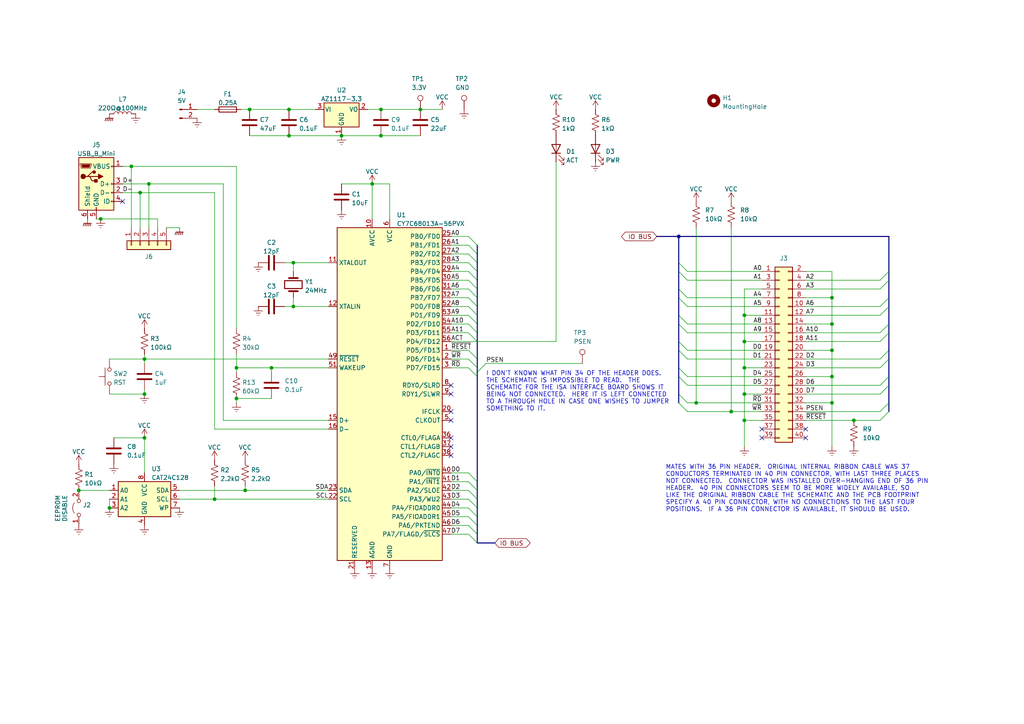
<source format=kicad_sch>
(kicad_sch (version 20230121) (generator eeschema)
  (paper "A4")
  (lib_symbols
    (symbol "Connector:Conn_01x02_Male" (pin_names (offset 1.016) hide)
      (property "Reference" "J" (at 0 2.54 0))
      (property "Value" "Conn_01x02_Male" (at 0 -5.08 0))
      (symbol "Conn_01x02_Male_1_1"
        (pin passive line (at 5.08 0 180) (length 3.81) (name "Pin_1") (number "1"))
        (pin passive line (at 5.08 -2.54 180) (length 3.81) (name "Pin_2") (number "2"))
      )
    )
    (symbol "Connector:TestPoint" (pin_numbers hide) (pin_names (offset 0.762) hide)
      (property "Reference" "TP" (at 0 6.858 0))
      (property "Value" "TestPoint" (at 0 5.08 0))
      (symbol "TestPoint_1_1"
        (pin passive line (at 0 0 90) (length 2.54) (name "1") (number "1"))
      )
    )
    (symbol "Connector:USB_B_Mini" (pin_names (offset 1.016))
      (property "Reference" "J" (at -5.08 11.43 0))
      (property "Value" "USB_B_Mini" (at -5.08 8.89 0))
      (symbol "USB_B_Mini_1_1"
        (pin power_out line (at 7.62 5.08 180) (length 2.54) (name "VBUS") (number "1"))
        (pin bidirectional line (at 7.62 -2.54 180) (length 2.54) (name "D-") (number "2"))
        (pin bidirectional line (at 7.62 0 180) (length 2.54) (name "D+") (number "3"))
        (pin passive line (at 7.62 -5.08 180) (length 2.54) (name "ID") (number "4"))
        (pin power_out line (at 0 -10.16 90) (length 2.54) (name "GND") (number "5"))
        (pin passive line (at -2.54 -10.16 90) (length 2.54) (name "Shield") (number "6"))
      )
    )
    (symbol "Connector_Generic:Conn_01x05" (pin_names (offset 1.016) hide)
      (property "Reference" "J" (at 0 7.62 0))
      (property "Value" "Conn_01x05" (at 0 -7.62 0))
      (symbol "Conn_01x05_1_1"
        (pin passive line (at -5.08 5.08 0) (length 3.81) (name "Pin_1") (number "1"))
        (pin passive line (at -5.08 2.54 0) (length 3.81) (name "Pin_2") (number "2"))
        (pin passive line (at -5.08 0 0) (length 3.81) (name "Pin_3") (number "3"))
        (pin passive line (at -5.08 -2.54 0) (length 3.81) (name "Pin_4") (number "4"))
        (pin passive line (at -5.08 -5.08 0) (length 3.81) (name "Pin_5") (number "5"))
      )
    )
    (symbol "Connector_Generic:Conn_02x20_Odd_Even" (pin_names (offset 1.016) hide)
      (property "Reference" "J" (at 1.27 25.4 0))
      (property "Value" "Conn_02x20_Odd_Even" (at 1.27 -27.94 0))
      (symbol "Conn_02x20_Odd_Even_1_1"
        (pin passive line (at -5.08 22.86 0) (length 3.81) (name "Pin_1") (number "1"))
        (pin passive line (at 7.62 12.7 180) (length 3.81) (name "Pin_10") (number "10"))
        (pin passive line (at -5.08 10.16 0) (length 3.81) (name "Pin_11") (number "11"))
        (pin passive line (at 7.62 10.16 180) (length 3.81) (name "Pin_12") (number "12"))
        (pin passive line (at -5.08 7.62 0) (length 3.81) (name "Pin_13") (number "13"))
        (pin passive line (at 7.62 7.62 180) (length 3.81) (name "Pin_14") (number "14"))
        (pin passive line (at -5.08 5.08 0) (length 3.81) (name "Pin_15") (number "15"))
        (pin passive line (at 7.62 5.08 180) (length 3.81) (name "Pin_16") (number "16"))
        (pin passive line (at -5.08 2.54 0) (length 3.81) (name "Pin_17") (number "17"))
        (pin passive line (at 7.62 2.54 180) (length 3.81) (name "Pin_18") (number "18"))
        (pin passive line (at -5.08 0 0) (length 3.81) (name "Pin_19") (number "19"))
        (pin passive line (at 7.62 22.86 180) (length 3.81) (name "Pin_2") (number "2"))
        (pin passive line (at 7.62 0 180) (length 3.81) (name "Pin_20") (number "20"))
        (pin passive line (at -5.08 -2.54 0) (length 3.81) (name "Pin_21") (number "21"))
        (pin passive line (at 7.62 -2.54 180) (length 3.81) (name "Pin_22") (number "22"))
        (pin passive line (at -5.08 -5.08 0) (length 3.81) (name "Pin_23") (number "23"))
        (pin passive line (at 7.62 -5.08 180) (length 3.81) (name "Pin_24") (number "24"))
        (pin passive line (at -5.08 -7.62 0) (length 3.81) (name "Pin_25") (number "25"))
        (pin passive line (at 7.62 -7.62 180) (length 3.81) (name "Pin_26") (number "26"))
        (pin passive line (at -5.08 -10.16 0) (length 3.81) (name "Pin_27") (number "27"))
        (pin passive line (at 7.62 -10.16 180) (length 3.81) (name "Pin_28") (number "28"))
        (pin passive line (at -5.08 -12.7 0) (length 3.81) (name "Pin_29") (number "29"))
        (pin passive line (at -5.08 20.32 0) (length 3.81) (name "Pin_3") (number "3"))
        (pin passive line (at 7.62 -12.7 180) (length 3.81) (name "Pin_30") (number "30"))
        (pin passive line (at -5.08 -15.24 0) (length 3.81) (name "Pin_31") (number "31"))
        (pin passive line (at 7.62 -15.24 180) (length 3.81) (name "Pin_32") (number "32"))
        (pin passive line (at -5.08 -17.78 0) (length 3.81) (name "Pin_33") (number "33"))
        (pin passive line (at 7.62 -17.78 180) (length 3.81) (name "Pin_34") (number "34"))
        (pin passive line (at -5.08 -20.32 0) (length 3.81) (name "Pin_35") (number "35"))
        (pin passive line (at 7.62 -20.32 180) (length 3.81) (name "Pin_36") (number "36"))
        (pin passive line (at -5.08 -22.86 0) (length 3.81) (name "Pin_37") (number "37"))
        (pin passive line (at 7.62 -22.86 180) (length 3.81) (name "Pin_38") (number "38"))
        (pin passive line (at -5.08 -25.4 0) (length 3.81) (name "Pin_39") (number "39"))
        (pin passive line (at 7.62 20.32 180) (length 3.81) (name "Pin_4") (number "4"))
        (pin passive line (at 7.62 -25.4 180) (length 3.81) (name "Pin_40") (number "40"))
        (pin passive line (at -5.08 17.78 0) (length 3.81) (name "Pin_5") (number "5"))
        (pin passive line (at 7.62 17.78 180) (length 3.81) (name "Pin_6") (number "6"))
        (pin passive line (at -5.08 15.24 0) (length 3.81) (name "Pin_7") (number "7"))
        (pin passive line (at 7.62 15.24 180) (length 3.81) (name "Pin_8") (number "8"))
        (pin passive line (at -5.08 12.7 0) (length 3.81) (name "Pin_9") (number "9"))
      )
    )
    (symbol "Device:C" (pin_numbers hide) (pin_names (offset 0.254))
      (property "Reference" "C" (at 0.635 2.54 0))
      (property "Value" "C" (at 0.635 -2.54 0))
      (symbol "C_1_1"
        (pin passive line (at 0 3.81 270) (length 2.794) (name "~") (number "1"))
        (pin passive line (at 0 -3.81 90) (length 2.794) (name "~") (number "2"))
      )
    )
    (symbol "Device:Crystal" (pin_numbers hide) (pin_names (offset 1.016) hide)
      (property "Reference" "Y" (at 0 3.81 0))
      (property "Value" "Crystal" (at 0 -3.81 0))
      (symbol "Crystal_1_1"
        (pin passive line (at -3.81 0 0) (length 1.27) (name "1") (number "1"))
        (pin passive line (at 3.81 0 180) (length 1.27) (name "2") (number "2"))
      )
    )
    (symbol "Device:Fuse" (pin_numbers hide) (pin_names (offset 0))
      (property "Reference" "F" (at 2.032 0 90))
      (property "Value" "Fuse" (at -1.905 0 90))
      (symbol "Fuse_1_1"
        (pin passive line (at 0 3.81 270) (length 1.27) (name "~") (number "1"))
        (pin passive line (at 0 -3.81 90) (length 1.27) (name "~") (number "2"))
      )
    )
    (symbol "Device:L" (pin_numbers hide) (pin_names (offset 1.016) hide)
      (property "Reference" "L" (at -1.27 0 90))
      (property "Value" "L" (at 1.905 0 90))
      (symbol "L_1_1"
        (pin passive line (at 0 3.81 270) (length 1.27) (name "1") (number "1"))
        (pin passive line (at 0 -3.81 90) (length 1.27) (name "2") (number "2"))
      )
    )
    (symbol "Device:LED" (pin_numbers hide) (pin_names (offset 1.016) hide)
      (property "Reference" "D" (at 0 2.54 0))
      (property "Value" "LED" (at 0 -2.54 0))
      (symbol "LED_1_1"
        (pin passive line (at -3.81 0 0) (length 2.54) (name "K") (number "1"))
        (pin passive line (at 3.81 0 180) (length 2.54) (name "A") (number "2"))
      )
    )
    (symbol "Device:R_US" (pin_numbers hide) (pin_names (offset 0))
      (property "Reference" "R" (at 2.54 0 90))
      (property "Value" "R_US" (at -2.54 0 90))
      (symbol "R_US_1_1"
        (pin passive line (at 0 3.81 270) (length 1.27) (name "~") (number "1"))
        (pin passive line (at 0 -3.81 90) (length 1.27) (name "~") (number "2"))
      )
    )
    (symbol "Jumper:Jumper_2_Open" (pin_names (offset 0) hide)
      (property "Reference" "JP" (at 0 2.794 0))
      (property "Value" "Jumper_2_Open" (at 0 -2.286 0))
      (symbol "Jumper_2_Open_1_1"
        (pin passive line (at -5.08 0 0) (length 2.54) (name "A") (number "1"))
        (pin passive line (at 5.08 0 180) (length 2.54) (name "B") (number "2"))
      )
    )
    (symbol "MCU_Cypress:CY7C68013A-56PVX"
      (property "Reference" "U" (at -13.97 49.53 0))
      (property "Value" "CY7C68013A-56PVX" (at 12.7 49.53 0))
      (symbol "CY7C68013A-56PVX_1_1"
        (pin bidirectional line (at 17.78 12.7 180) (length 2.54) (name "PD5/FD13") (number "1"))
        (pin power_in line (at -5.08 50.8 270) (length 2.54) (name "AVCC") (number "10"))
        (pin output line (at -17.78 38.1 0) (length 2.54) (name "XTALOUT") (number "11"))
        (pin input line (at -17.78 25.4 0) (length 2.54) (name "XTALIN") (number "12"))
        (pin power_in line (at -5.08 -50.8 90) (length 2.54) (name "AGND") (number "13"))
        (pin passive line (at -5.08 50.8 270) (length 2.54) hide (name "AVCC") (number "14"))
        (pin bidirectional line (at -17.78 -7.62 0) (length 2.54) (name "D+") (number "15"))
        (pin bidirectional line (at -17.78 -10.16 0) (length 2.54) (name "D-") (number "16"))
        (pin passive line (at -5.08 -50.8 90) (length 2.54) hide (name "AGND") (number "17"))
        (pin passive line (at 0 50.8 270) (length 2.54) hide (name "VCC") (number "18"))
        (pin passive line (at 0 -50.8 90) (length 2.54) hide (name "GND") (number "19"))
        (pin bidirectional line (at 17.78 10.16 180) (length 2.54) (name "PD6/FD14") (number "2"))
        (pin bidirectional line (at 17.78 -5.08 180) (length 2.54) (name "IFCLK") (number "20"))
        (pin input line (at -10.16 -50.8 90) (length 2.54) (name "RESERVED") (number "21"))
        (pin input line (at -17.78 -30.48 0) (length 2.54) (name "SCL") (number "22"))
        (pin bidirectional line (at -17.78 -27.94 0) (length 2.54) (name "SDA") (number "23"))
        (pin passive line (at 0 50.8 270) (length 2.54) hide (name "VCC") (number "24"))
        (pin bidirectional line (at 17.78 45.72 180) (length 2.54) (name "PB0/FD0") (number "25"))
        (pin bidirectional line (at 17.78 43.18 180) (length 2.54) (name "PB1/FD1") (number "26"))
        (pin bidirectional line (at 17.78 40.64 180) (length 2.54) (name "PB2/FD2") (number "27"))
        (pin bidirectional line (at 17.78 38.1 180) (length 2.54) (name "PB3/FD3") (number "28"))
        (pin bidirectional line (at 17.78 35.56 180) (length 2.54) (name "PB4/FD4") (number "29"))
        (pin bidirectional line (at 17.78 7.62 180) (length 2.54) (name "PD7/FD15") (number "3"))
        (pin bidirectional line (at 17.78 33.02 180) (length 2.54) (name "PB5/FD5") (number "30"))
        (pin bidirectional line (at 17.78 30.48 180) (length 2.54) (name "PB6/FD6") (number "31"))
        (pin bidirectional line (at 17.78 27.94 180) (length 2.54) (name "PB7/FD7") (number "32"))
        (pin passive line (at 0 -50.8 90) (length 2.54) hide (name "GND") (number "33"))
        (pin passive line (at 0 50.8 270) (length 2.54) hide (name "VCC") (number "34"))
        (pin passive line (at 0 -50.8 90) (length 2.54) hide (name "GND") (number "35"))
        (pin output line (at 17.78 -12.7 180) (length 2.54) (name "CTL0/FLAGA") (number "36"))
        (pin output line (at 17.78 -15.24 180) (length 2.54) (name "CTL1/FLAGB") (number "37"))
        (pin output line (at 17.78 -17.78 180) (length 2.54) (name "CTL2/FLAGC") (number "38"))
        (pin passive line (at 0 50.8 270) (length 2.54) hide (name "VCC") (number "39"))
        (pin passive line (at 0 -50.8 90) (length 2.54) hide (name "GND") (number "4"))
        (pin bidirectional line (at 17.78 -22.86 180) (length 2.54) (name "PA0/~{INT0}") (number "40"))
        (pin bidirectional line (at 17.78 -25.4 180) (length 2.54) (name "PA1/~{INT1}") (number "41"))
        (pin bidirectional line (at 17.78 -27.94 180) (length 2.54) (name "PA2/SLOE") (number "42"))
        (pin bidirectional line (at 17.78 -30.48 180) (length 2.54) (name "PA3/WU2") (number "43"))
        (pin bidirectional line (at 17.78 -33.02 180) (length 2.54) (name "PA4/FIOADDR0") (number "44"))
        (pin bidirectional line (at 17.78 -35.56 180) (length 2.54) (name "PA5/FIOADDR1") (number "45"))
        (pin bidirectional line (at 17.78 -38.1 180) (length 2.54) (name "PA6/PKTEND") (number "46"))
        (pin bidirectional line (at 17.78 -40.64 180) (length 2.54) (name "PA7/FLAGD/~{SLCS}") (number "47"))
        (pin passive line (at 0 -50.8 90) (length 2.54) hide (name "GND") (number "48"))
        (pin input line (at -17.78 10.16 0) (length 2.54) (name "~{RESET}") (number "49"))
        (pin output line (at 17.78 -7.62 180) (length 2.54) (name "CLKOUT") (number "5"))
        (pin passive line (at 0 50.8 270) (length 2.54) hide (name "VCC") (number "50"))
        (pin input line (at -17.78 7.62 0) (length 2.54) (name "WAKEUP") (number "51"))
        (pin bidirectional line (at 17.78 25.4 180) (length 2.54) (name "PD0/FD8") (number "52"))
        (pin bidirectional line (at 17.78 22.86 180) (length 2.54) (name "PD1/FD9") (number "53"))
        (pin bidirectional line (at 17.78 20.32 180) (length 2.54) (name "PD2/FD10") (number "54"))
        (pin bidirectional line (at 17.78 17.78 180) (length 2.54) (name "PD3/FD11") (number "55"))
        (pin bidirectional line (at 17.78 15.24 180) (length 2.54) (name "PD4/FD12") (number "56"))
        (pin power_in line (at 0 50.8 270) (length 2.54) (name "VCC") (number "6"))
        (pin power_in line (at 0 -50.8 90) (length 2.54) (name "GND") (number "7"))
        (pin input line (at 17.78 2.54 180) (length 2.54) (name "RDY0/SLRD") (number "8"))
        (pin input line (at 17.78 0 180) (length 2.54) (name "RDY1/SLWR") (number "9"))
      )
    )
    (symbol "Mechanical:MountingHole" (pin_names (offset 1.016))
      (property "Reference" "H" (at 0 5.08 0))
      (property "Value" "MountingHole" (at 0 3.175 0))
    )
    (symbol "Memory_EEPROM:CAT24C128"
      (property "Reference" "U" (at -6.35 6.35 0))
      (property "Value" "CAT24C128" (at 1.27 6.35 0))
      (symbol "CAT24C128_1_1"
        (pin input line (at -10.16 2.54 0) (length 2.54) (name "A0") (number "1"))
        (pin input line (at -10.16 0 0) (length 2.54) (name "A1") (number "2"))
        (pin input line (at -10.16 -2.54 0) (length 2.54) (name "A2") (number "3"))
        (pin power_in line (at 0 -7.62 90) (length 2.54) (name "GND") (number "4"))
        (pin bidirectional line (at 10.16 2.54 180) (length 2.54) (name "SDA") (number "5"))
        (pin input line (at 10.16 0 180) (length 2.54) (name "SCL") (number "6"))
        (pin input line (at 10.16 -2.54 180) (length 2.54) (name "WP") (number "7"))
        (pin power_in line (at 0 7.62 270) (length 2.54) (name "VCC") (number "8"))
      )
    )
    (symbol "Regulator_Linear:AZ1117-3.3" (pin_names (offset 0.254))
      (property "Reference" "U" (at -3.81 3.175 0))
      (property "Value" "AZ1117-3.3" (at 0 3.175 0))
      (symbol "AZ1117-3.3_1_1"
        (pin power_in line (at 0 -7.62 90) (length 2.54) (name "GND") (number "1"))
        (pin power_out line (at 7.62 0 180) (length 2.54) (name "VO") (number "2"))
        (pin power_in line (at -7.62 0 0) (length 2.54) (name "VI") (number "3"))
      )
    )
    (symbol "Switch:SW_Push" (pin_numbers hide) (pin_names (offset 1.016) hide)
      (property "Reference" "SW" (at 1.27 2.54 0))
      (property "Value" "SW_Push" (at 0 -1.524 0))
      (symbol "SW_Push_0_1"
        (pin passive line (at -5.08 0 0) (length 2.54) (name "1") (number "1"))
        (pin passive line (at 5.08 0 180) (length 2.54) (name "2") (number "2"))
      )
    )
    (symbol "power:GNDPWR" (power) (pin_names (offset 0))
      (property "Value" "GNDPWR" (at 0 -3.302 0))
      (symbol "GNDPWR_1_1"
        (pin power_in line (at 0 0 270) (length 0) hide (name "GNDPWR") (number "1"))
      )
    )
    (symbol "power:GNDREF" (power) (pin_names (offset 0))
      (property "Value" "GNDREF" (at 0 -3.81 0))
      (symbol "GNDREF_1_1"
        (pin power_in line (at 0 0 270) (length 0) hide (name "GNDREF") (number "1"))
      )
    )
    (symbol "power:VCC" (power) (pin_names (offset 0))
      (property "Value" "VCC" (at 0 3.81 0))
      (symbol "VCC_1_1"
        (pin power_in line (at 0 0 90) (length 0) hide (name "VCC") (number "1"))
      )
    )
  )
  (junction (at 110.49 39.37))
  (junction (at 78.74 106.68))
  (junction (at 41.91 127))
  (junction (at 72.39 31.75))
  (junction (at 196.85 68.58))
  (junction (at 83.82 31.75))
  (junction (at 85.09 76.2))
  (junction (at 31.75 147.32))
  (junction (at 83.82 39.37))
  (junction (at 201.93 116.84))
  (junction (at 38.1 48.26))
  (junction (at 212.09 119.38))
  (junction (at 68.58 115.57))
  (junction (at 215.9 99.06))
  (junction (at 121.92 31.75))
  (junction (at 241.3 86.36))
  (junction (at 241.3 116.84))
  (junction (at 241.3 93.98))
  (junction (at 241.3 101.6))
  (junction (at 29.21 63.5))
  (junction (at 71.12 142.24))
  (junction (at 215.9 114.3))
  (junction (at 247.65 121.92))
  (junction (at 215.9 106.68))
  (junction (at 62.23 144.78))
  (junction (at 99.06 39.37))
  (junction (at 40.64 55.88))
  (junction (at 41.91 114.3))
  (junction (at 85.09 88.9))
  (junction (at 41.91 104.14))
  (junction (at 107.95 53.34))
  (junction (at 22.86 142.24))
  (junction (at 43.18 53.34))
  (junction (at 110.49 31.75))
  (junction (at 215.9 91.44))
  (junction (at 215.9 121.92))
  (junction (at 241.3 109.22))
  (junction (at 68.58 106.68))
  (no_connect (at 130.81 129.54))
  (no_connect (at 130.81 114.3))
  (no_connect (at 130.81 119.38))
  (no_connect (at 130.81 127))
  (no_connect (at 130.81 121.92))
  (no_connect (at 35.56 58.42))
  (no_connect (at 233.68 127))
  (no_connect (at 233.68 124.46))
  (no_connect (at 220.98 127))
  (no_connect (at 220.98 124.46))
  (no_connect (at 130.81 111.76))
  (no_connect (at 130.81 132.08))
  (bus_entry (at 138.43 107.95) (size 2.54 -2.54))
  (bus_entry (at 255.27 119.38) (size 2.54 -2.54))
  (bus_entry (at 135.89 137.16) (size 2.54 2.54))
  (bus_entry (at 135.89 142.24) (size 2.54 2.54))
  (bus_entry (at 135.89 139.7) (size 2.54 2.54))
  (bus_entry (at 135.89 154.94) (size 2.54 2.54))
  (bus_entry (at 135.89 152.4) (size 2.54 2.54))
  (bus_entry (at 135.89 149.86) (size 2.54 2.54))
  (bus_entry (at 135.89 144.78) (size 2.54 2.54))
  (bus_entry (at 135.89 147.32) (size 2.54 2.54))
  (bus_entry (at 199.39 116.84) (size -2.54 -2.54))
  (bus_entry (at 199.39 119.38) (size -2.54 -2.54))
  (bus_entry (at 199.39 88.9) (size -2.54 -2.54))
  (bus_entry (at 199.39 93.98) (size -2.54 -2.54))
  (bus_entry (at 199.39 96.52) (size -2.54 -2.54))
  (bus_entry (at 199.39 101.6) (size -2.54 -2.54))
  (bus_entry (at 199.39 78.74) (size -2.54 -2.54))
  (bus_entry (at 199.39 81.28) (size -2.54 -2.54))
  (bus_entry (at 199.39 86.36) (size -2.54 -2.54))
  (bus_entry (at 199.39 109.22) (size -2.54 -2.54))
  (bus_entry (at 199.39 111.76) (size -2.54 -2.54))
  (bus_entry (at 199.39 104.14) (size -2.54 -2.54))
  (bus_entry (at 255.27 81.28) (size 2.54 -2.54))
  (bus_entry (at 255.27 83.82) (size 2.54 -2.54))
  (bus_entry (at 255.27 88.9) (size 2.54 -2.54))
  (bus_entry (at 255.27 91.44) (size 2.54 -2.54))
  (bus_entry (at 255.27 96.52) (size 2.54 -2.54))
  (bus_entry (at 255.27 99.06) (size 2.54 -2.54))
  (bus_entry (at 255.27 104.14) (size 2.54 -2.54))
  (bus_entry (at 255.27 106.68) (size 2.54 -2.54))
  (bus_entry (at 255.27 111.76) (size 2.54 -2.54))
  (bus_entry (at 255.27 114.3) (size 2.54 -2.54))
  (bus_entry (at 255.27 121.92) (size 2.54 -2.54))
  (bus_entry (at 135.89 73.66) (size 2.54 2.54))
  (bus_entry (at 135.89 71.12) (size 2.54 2.54))
  (bus_entry (at 135.89 68.58) (size 2.54 2.54))
  (bus_entry (at 135.89 76.2) (size 2.54 2.54))
  (bus_entry (at 135.89 78.74) (size 2.54 2.54))
  (bus_entry (at 135.89 81.28) (size 2.54 2.54))
  (bus_entry (at 135.89 83.82) (size 2.54 2.54))
  (bus_entry (at 135.89 86.36) (size 2.54 2.54))
  (bus_entry (at 135.89 88.9) (size 2.54 2.54))
  (bus_entry (at 135.89 91.44) (size 2.54 2.54))
  (bus_entry (at 135.89 93.98) (size 2.54 2.54))
  (bus_entry (at 135.89 96.52) (size 2.54 2.54))
  (bus_entry (at 135.89 101.6) (size 2.54 2.54))
  (bus_entry (at 135.89 104.14) (size 2.54 2.54))
  (bus_entry (at 135.89 106.68) (size 2.54 2.54))
  (wire (pts (xy 199.39 101.6) (xy 220.98 101.6)))
  (wire (pts (xy 130.81 86.36) (xy 135.89 86.36)))
  (bus (pts (xy 257.81 96.52) (xy 257.81 93.98)))
  (wire (pts (xy 31.75 114.3) (xy 41.91 114.3)))
  (wire (pts (xy 130.81 81.28) (xy 135.89 81.28)))
  (wire (pts (xy 130.81 137.16) (xy 135.89 137.16)))
  (wire (pts (xy 233.68 111.76) (xy 255.27 111.76)))
  (bus (pts (xy 138.43 88.9) (xy 138.43 91.44)))
  (wire (pts (xy 215.9 106.68) (xy 215.9 114.3)))
  (wire (pts (xy 241.3 78.74) (xy 241.3 86.36)))
  (wire (pts (xy 107.95 53.34) (xy 107.95 63.5)))
  (wire (pts (xy 130.81 78.74) (xy 135.89 78.74)))
  (wire (pts (xy 113.03 53.34) (xy 113.03 63.5)))
  (wire (pts (xy 62.23 124.46) (xy 95.25 124.46)))
  (bus (pts (xy 138.43 152.4) (xy 138.43 154.94)))
  (wire (pts (xy 233.68 114.3) (xy 255.27 114.3)))
  (bus (pts (xy 196.85 114.3) (xy 196.85 109.22)))
  (wire (pts (xy 233.68 106.68) (xy 255.27 106.68)))
  (wire (pts (xy 35.56 48.26) (xy 38.1 48.26)))
  (wire (pts (xy 71.12 140.97) (xy 71.12 142.24)))
  (wire (pts (xy 33.02 127) (xy 41.91 127)))
  (bus (pts (xy 138.43 107.95) (xy 138.43 109.22)))
  (wire (pts (xy 215.9 114.3) (xy 215.9 121.92)))
  (wire (pts (xy 199.39 88.9) (xy 220.98 88.9)))
  (bus (pts (xy 257.81 104.14) (xy 257.81 101.6)))
  (bus (pts (xy 196.85 106.68) (xy 196.85 101.6)))
  (bus (pts (xy 138.43 154.94) (xy 138.43 157.48)))
  (wire (pts (xy 41.91 113.03) (xy 41.91 114.3)))
  (wire (pts (xy 130.81 147.32) (xy 135.89 147.32)))
  (wire (pts (xy 233.68 121.92) (xy 247.65 121.92)))
  (wire (pts (xy 41.91 127) (xy 41.91 137.16)))
  (wire (pts (xy 130.81 73.66) (xy 135.89 73.66)))
  (wire (pts (xy 241.3 93.98) (xy 241.3 101.6)))
  (wire (pts (xy 215.9 114.3) (xy 220.98 114.3)))
  (wire (pts (xy 38.1 48.26) (xy 68.58 48.26)))
  (bus (pts (xy 257.81 116.84) (xy 257.81 111.76)))
  (wire (pts (xy 107.95 53.34) (xy 113.03 53.34)))
  (wire (pts (xy 68.58 102.87) (xy 68.58 106.68)))
  (wire (pts (xy 52.07 142.24) (xy 71.12 142.24)))
  (wire (pts (xy 85.09 76.2) (xy 85.09 78.74)))
  (wire (pts (xy 22.86 142.24) (xy 31.75 142.24)))
  (bus (pts (xy 196.85 91.44) (xy 196.85 86.36)))
  (wire (pts (xy 43.18 53.34) (xy 43.18 66.04)))
  (wire (pts (xy 199.39 78.74) (xy 220.98 78.74)))
  (wire (pts (xy 233.68 81.28) (xy 255.27 81.28)))
  (wire (pts (xy 82.55 88.9) (xy 85.09 88.9)))
  (wire (pts (xy 29.21 63.5) (xy 45.72 63.5)))
  (wire (pts (xy 233.68 99.06) (xy 255.27 99.06)))
  (bus (pts (xy 196.85 116.84) (xy 196.85 114.3)))
  (bus (pts (xy 196.85 99.06) (xy 196.85 93.98)))
  (wire (pts (xy 215.9 91.44) (xy 215.9 99.06)))
  (wire (pts (xy 85.09 76.2) (xy 95.25 76.2)))
  (wire (pts (xy 40.64 55.88) (xy 40.64 66.04)))
  (wire (pts (xy 215.9 99.06) (xy 220.98 99.06)))
  (wire (pts (xy 199.39 86.36) (xy 220.98 86.36)))
  (wire (pts (xy 130.81 104.14) (xy 135.89 104.14)))
  (wire (pts (xy 62.23 55.88) (xy 62.23 124.46)))
  (bus (pts (xy 257.81 88.9) (xy 257.81 86.36)))
  (bus (pts (xy 138.43 86.36) (xy 138.43 88.9)))
  (wire (pts (xy 35.56 55.88) (xy 40.64 55.88)))
  (bus (pts (xy 257.81 109.22) (xy 257.81 104.14)))
  (bus (pts (xy 138.43 157.48) (xy 143.51 157.48)))
  (wire (pts (xy 78.74 107.95) (xy 78.74 106.68)))
  (bus (pts (xy 138.43 109.22) (xy 138.43 139.7)))
  (wire (pts (xy 215.9 106.68) (xy 220.98 106.68)))
  (wire (pts (xy 62.23 140.97) (xy 62.23 144.78)))
  (wire (pts (xy 233.68 119.38) (xy 255.27 119.38)))
  (bus (pts (xy 138.43 81.28) (xy 138.43 83.82)))
  (wire (pts (xy 212.09 119.38) (xy 220.98 119.38)))
  (wire (pts (xy 199.39 93.98) (xy 220.98 93.98)))
  (bus (pts (xy 196.85 78.74) (xy 196.85 76.2)))
  (wire (pts (xy 35.56 53.34) (xy 43.18 53.34)))
  (bus (pts (xy 257.81 86.36) (xy 257.81 81.28)))
  (bus (pts (xy 196.85 83.82) (xy 196.85 78.74)))
  (wire (pts (xy 68.58 48.26) (xy 68.58 95.25)))
  (wire (pts (xy 130.81 93.98) (xy 135.89 93.98)))
  (wire (pts (xy 215.9 91.44) (xy 220.98 91.44)))
  (wire (pts (xy 233.68 109.22) (xy 241.3 109.22)))
  (wire (pts (xy 110.49 39.37) (xy 121.92 39.37)))
  (wire (pts (xy 215.9 121.92) (xy 215.9 129.54)))
  (bus (pts (xy 138.43 76.2) (xy 138.43 78.74)))
  (wire (pts (xy 110.49 31.75) (xy 121.92 31.75)))
  (wire (pts (xy 241.3 109.22) (xy 241.3 116.84)))
  (wire (pts (xy 212.09 66.04) (xy 212.09 119.38)))
  (bus (pts (xy 138.43 149.86) (xy 138.43 152.4)))
  (wire (pts (xy 72.39 31.75) (xy 83.82 31.75)))
  (bus (pts (xy 138.43 93.98) (xy 138.43 96.52)))
  (wire (pts (xy 130.81 71.12) (xy 135.89 71.12)))
  (wire (pts (xy 161.29 46.99) (xy 161.29 99.06)))
  (wire (pts (xy 233.68 96.52) (xy 255.27 96.52)))
  (bus (pts (xy 138.43 106.68) (xy 138.43 107.95)))
  (bus (pts (xy 138.43 99.06) (xy 138.43 104.14)))
  (wire (pts (xy 199.39 111.76) (xy 220.98 111.76)))
  (wire (pts (xy 199.39 104.14) (xy 220.98 104.14)))
  (wire (pts (xy 78.74 106.68) (xy 95.25 106.68)))
  (wire (pts (xy 68.58 106.68) (xy 78.74 106.68)))
  (wire (pts (xy 215.9 99.06) (xy 215.9 106.68)))
  (wire (pts (xy 130.81 68.58) (xy 135.89 68.58)))
  (wire (pts (xy 83.82 31.75) (xy 91.44 31.75)))
  (bus (pts (xy 138.43 96.52) (xy 138.43 99.06)))
  (wire (pts (xy 233.68 116.84) (xy 241.3 116.84)))
  (wire (pts (xy 140.97 105.41) (xy 168.91 105.41)))
  (bus (pts (xy 138.43 91.44) (xy 138.43 93.98)))
  (wire (pts (xy 247.65 121.92) (xy 255.27 121.92)))
  (wire (pts (xy 233.68 104.14) (xy 255.27 104.14)))
  (bus (pts (xy 257.81 111.76) (xy 257.81 109.22)))
  (wire (pts (xy 68.58 115.57) (xy 68.58 116.84)))
  (wire (pts (xy 99.06 53.34) (xy 107.95 53.34)))
  (wire (pts (xy 220.98 83.82) (xy 215.9 83.82)))
  (wire (pts (xy 130.81 101.6) (xy 135.89 101.6)))
  (wire (pts (xy 85.09 88.9) (xy 95.25 88.9)))
  (wire (pts (xy 130.81 99.06) (xy 138.43 99.06)))
  (wire (pts (xy 138.43 99.06) (xy 161.29 99.06)))
  (wire (pts (xy 31.75 104.14) (xy 41.91 104.14)))
  (wire (pts (xy 41.91 102.87) (xy 41.91 104.14)))
  (bus (pts (xy 196.85 109.22) (xy 196.85 106.68)))
  (wire (pts (xy 45.72 63.5) (xy 45.72 66.04)))
  (wire (pts (xy 233.68 101.6) (xy 241.3 101.6)))
  (bus (pts (xy 257.81 93.98) (xy 257.81 88.9)))
  (wire (pts (xy 41.91 104.14) (xy 41.91 105.41)))
  (wire (pts (xy 40.64 55.88) (xy 62.23 55.88)))
  (wire (pts (xy 130.81 149.86) (xy 135.89 149.86)))
  (wire (pts (xy 130.81 76.2) (xy 135.89 76.2)))
  (wire (pts (xy 130.81 144.78) (xy 135.89 144.78)))
  (wire (pts (xy 130.81 154.94) (xy 135.89 154.94)))
  (wire (pts (xy 43.18 53.34) (xy 64.77 53.34)))
  (wire (pts (xy 130.81 83.82) (xy 135.89 83.82)))
  (bus (pts (xy 257.81 119.38) (xy 257.81 116.84)))
  (wire (pts (xy 201.93 116.84) (xy 220.98 116.84)))
  (bus (pts (xy 257.81 78.74) (xy 257.81 68.58)))
  (wire (pts (xy 85.09 86.36) (xy 85.09 88.9)))
  (bus (pts (xy 138.43 71.12) (xy 138.43 73.66)))
  (wire (pts (xy 71.12 142.24) (xy 95.25 142.24)))
  (bus (pts (xy 138.43 83.82) (xy 138.43 86.36)))
  (bus (pts (xy 138.43 78.74) (xy 138.43 81.28)))
  (wire (pts (xy 241.3 101.6) (xy 241.3 109.22)))
  (wire (pts (xy 199.39 109.22) (xy 220.98 109.22)))
  (wire (pts (xy 233.68 86.36) (xy 241.3 86.36)))
  (bus (pts (xy 138.43 104.14) (xy 138.43 106.68)))
  (wire (pts (xy 130.81 142.24) (xy 135.89 142.24)))
  (wire (pts (xy 241.3 86.36) (xy 241.3 93.98)))
  (wire (pts (xy 199.39 116.84) (xy 201.93 116.84)))
  (wire (pts (xy 68.58 107.95) (xy 68.58 106.68)))
  (wire (pts (xy 62.23 144.78) (xy 95.25 144.78)))
  (wire (pts (xy 99.06 39.37) (xy 110.49 39.37)))
  (bus (pts (xy 138.43 139.7) (xy 138.43 142.24)))
  (wire (pts (xy 38.1 48.26) (xy 38.1 66.04)))
  (bus (pts (xy 196.85 101.6) (xy 196.85 99.06)))
  (wire (pts (xy 41.91 104.14) (xy 95.25 104.14)))
  (wire (pts (xy 233.68 88.9) (xy 255.27 88.9)))
  (wire (pts (xy 233.68 78.74) (xy 241.3 78.74)))
  (bus (pts (xy 196.85 86.36) (xy 196.85 83.82)))
  (wire (pts (xy 72.39 39.37) (xy 83.82 39.37)))
  (wire (pts (xy 130.81 152.4) (xy 135.89 152.4)))
  (wire (pts (xy 130.81 106.68) (xy 135.89 106.68)))
  (wire (pts (xy 233.68 91.44) (xy 255.27 91.44)))
  (wire (pts (xy 64.77 121.92) (xy 95.25 121.92)))
  (bus (pts (xy 196.85 76.2) (xy 196.85 68.58)))
  (bus (pts (xy 257.81 101.6) (xy 257.81 96.52)))
  (wire (pts (xy 69.85 31.75) (xy 72.39 31.75)))
  (wire (pts (xy 106.68 31.75) (xy 110.49 31.75)))
  (bus (pts (xy 138.43 73.66) (xy 138.43 76.2)))
  (wire (pts (xy 130.81 91.44) (xy 135.89 91.44)))
  (bus (pts (xy 138.43 142.24) (xy 138.43 144.78)))
  (wire (pts (xy 130.81 139.7) (xy 135.89 139.7)))
  (wire (pts (xy 78.74 115.57) (xy 68.58 115.57)))
  (bus (pts (xy 138.43 147.32) (xy 138.43 149.86)))
  (wire (pts (xy 52.07 66.04) (xy 48.26 66.04)))
  (wire (pts (xy 241.3 116.84) (xy 241.3 129.54)))
  (wire (pts (xy 31.75 144.78) (xy 31.75 147.32)))
  (bus (pts (xy 190.5 68.58) (xy 196.85 68.58)))
  (wire (pts (xy 128.27 31.75) (xy 121.92 31.75)))
  (wire (pts (xy 64.77 53.34) (xy 64.77 121.92)))
  (bus (pts (xy 196.85 93.98) (xy 196.85 91.44)))
  (wire (pts (xy 199.39 119.38) (xy 212.09 119.38)))
  (wire (pts (xy 233.68 93.98) (xy 241.3 93.98)))
  (wire (pts (xy 233.68 83.82) (xy 255.27 83.82)))
  (bus (pts (xy 257.81 81.28) (xy 257.81 78.74)))
  (wire (pts (xy 130.81 96.52) (xy 135.89 96.52)))
  (wire (pts (xy 215.9 83.82) (xy 215.9 91.44)))
  (wire (pts (xy 215.9 121.92) (xy 220.98 121.92)))
  (wire (pts (xy 83.82 39.37) (xy 99.06 39.37)))
  (wire (pts (xy 82.55 76.2) (xy 85.09 76.2)))
  (bus (pts (xy 196.85 68.58) (xy 257.81 68.58)))
  (wire (pts (xy 57.15 31.75) (xy 62.23 31.75)))
  (wire (pts (xy 199.39 96.52) (xy 220.98 96.52)))
  (bus (pts (xy 138.43 144.78) (xy 138.43 147.32)))
  (wire (pts (xy 201.93 66.04) (xy 201.93 116.84)))
  (wire (pts (xy 52.07 144.78) (xy 62.23 144.78)))
  (wire (pts (xy 199.39 81.28) (xy 220.98 81.28)))
  (wire (pts (xy 27.94 63.5) (xy 29.21 63.5)))
  (wire (pts (xy 130.81 88.9) (xy 135.89 88.9)))
  (text "I DON'T KNOWN WHAT PIN 34 OF THE HEADER DOES.\nTHE SCHEMATIC IS IMPOSSIBLE TO READ.  THE\nSCHEMATIC FOR THE ISA INTERFACE BOARD SHOWS IT\nBEING NOT CONNECTED.  HERE IT IS LEFT CONNECTED\nTO A THROUGH HOLE IN CASE ONE WISHES TO JUMPER\nSOMETHING TO IT." (at 140.97 119.38 0) (effects (font (size 1.27 1.27)) (justify left bottom)))
  (text "MATES WITH 36 PIN HEADER.  ORIGINAL INTERNAL RIBBON CABLE WAS 37\nCONDUCTORS TERMINATED IN 40 PIN CONNECTOR, WITH LAST THREE PLACES\nNOT CONNECTED.  CONNECTOR WAS INSTALLED OVER-HANGING END OF 36 PIN\nHEADER.  40 PIN CONNECTORS SEEM TO BE MORE WIDELY AVAILABLE, SO\nLIKE THE ORIGINAL RIBBON CABLE THE SCHEMATIC AND THE PCB FOOTPRINT\nSPECIFY A 40 PIN CONNECTOR, WITH NO CONNECTIONS TO THE LAST FOUR\nPOSITIONS.  IF A 36 PIN CONNECTOR IS AVAILABLE, IT SHOULD BE USED.\n" (at 193.04 148.59 0) (effects (font (size 1.27 1.27)) (justify left bottom)))
  (label "A9" (at 130.81 91.44 0))
  (label "D3" (at 233.68 106.68 0))
  (label "D1" (at 130.81 139.7 0))
  (label "D5" (at 220.98 111.76 180))
  (label "SCL" (at 95.25 144.78 180))
  (label "ACT" (at 130.81 99.06 0))
  (label "A2" (at 233.68 81.28 0))
  (label "A3" (at 233.68 83.82 0))
  (label "A9" (at 220.98 96.52 180))
  (label "A5" (at 220.98 88.9 180))
  (label "A8" (at 130.81 88.9 0))
  (label "A1" (at 220.98 81.28 180))
  (label "A10" (at 233.68 96.52 0))
  (label "A11" (at 233.68 99.06 0))
  (label "~{RESET}" (at 233.68 121.92 0))
  (label "D0" (at 220.98 101.6 180))
  (label "~{WR}" (at 130.81 104.14 0))
  (label "A5" (at 130.81 81.28 0))
  (label "A6" (at 130.81 83.82 0))
  (label "D5" (at 130.81 149.86 0))
  (label "D7" (at 233.68 114.3 0))
  (label "D6" (at 130.81 152.4 0))
  (label "A7" (at 130.81 86.36 0))
  (label "D6" (at 233.68 111.76 0))
  (label "D3" (at 130.81 144.78 0))
  (label "A10" (at 130.81 93.98 0))
  (label "~{RESET}" (at 130.81 101.6 0))
  (label "D4" (at 130.81 147.32 0))
  (label "A7" (at 233.68 91.44 0))
  (label "A4" (at 220.98 86.36 180))
  (label "A2" (at 130.81 73.66 0))
  (label "A1" (at 130.81 71.12 0))
  (label "~{RD}" (at 130.81 106.68 0))
  (label "A0" (at 130.81 68.58 0))
  (label "D2" (at 233.68 104.14 0))
  (label "D4" (at 220.98 109.22 180))
  (label "D7" (at 130.81 154.94 0))
  (label "PSEN" (at 140.97 105.41 0))
  (label "D0" (at 130.81 137.16 0))
  (label "SDA" (at 95.25 142.24 180))
  (label "A8" (at 220.98 93.98 180))
  (label "A0" (at 220.98 78.74 180))
  (label "A4" (at 130.81 78.74 0))
  (label "~{RD}" (at 220.98 116.84 180))
  (label "D-" (at 35.56 55.88 0))
  (label "~{WR}" (at 220.98 119.38 180))
  (label "A3" (at 130.81 76.2 0))
  (label "D+" (at 35.56 53.34 0))
  (label "D2" (at 130.81 142.24 0))
  (label "A6" (at 233.68 88.9 0))
  (label "PSEN" (at 233.68 119.38 0))
  (label "D1" (at 220.98 104.14 180))
  (label "A11" (at 130.81 96.52 0))
  (global_label "IO BUS" (shape bidirectional) (at 143.51 157.48 0) (property "Intersheetrefs" "${INTERSHEET_REFS}" (effects hide)))
  (global_label "IO BUS" (shape bidirectional) (at 190.5 68.58 180) (property "Intersheetrefs" "${INTERSHEET_REFS}" (effects hide)))
  (symbol (lib_id "power:GNDREF") (at 57.15 34.29 0) (unit 1)
    (property "Reference" "#PWR0131" (effects hide))
    (property "Value" "GNDREF" (effects hide))
  )
  (symbol (lib_id "power:GNDREF") (at 241.3 129.54 0) (unit 1)
    (property "Reference" "#PWR0130" (effects hide))
    (property "Value" "GNDREF" (effects hide))
  )
  (symbol (lib_id "Device:C") (at 110.49 35.56 0) (unit 1)
    (property "Reference" "C9" (at 113.411 34.7253 0) (effects (justify left)))
    (property "Value" "0.1uF" (at 113.411 37.2622 0) (effects (justify left)))
    (property "Footprint" "Capacitor_SMD:C_0805_2012Metric_Pad1.18x1.45mm_HandSolder" (effects hide))
  )
  (symbol (lib_id "Device:R_US") (at 68.58 99.06 0) (unit 1)
    (property "Reference" "R4" (at 70.231 98.2253 0) (effects (justify left)))
    (property "Value" "30kΩ" (at 70.231 100.7622 0) (effects (justify left)))
    (property "Footprint" "Resistor_SMD:R_0805_2012Metric_Pad1.20x1.40mm_HandSolder" (effects hide))
  )
  (symbol (lib_id "Device:C") (at 41.91 109.22 0) (unit 1)
    (property "Reference" "C4" (at 44.831 108.3853 0) (effects (justify left)))
    (property "Value" "1uF" (at 44.831 110.9222 0) (effects (justify left)))
    (property "Footprint" "Capacitor_SMD:C_0805_2012Metric_Pad1.18x1.45mm_HandSolder" (effects hide))
  )
  (symbol (lib_id "Device:R_US") (at 212.09 62.23 0) (unit 1)
    (property "Reference" "R8" (at 214.63 60.9599 0) (effects (justify left)))
    (property "Value" "10kΩ" (at 214.63 63.4999 0) (effects (justify left)))
    (property "Footprint" "Resistor_SMD:R_0805_2012Metric_Pad1.20x1.40mm_HandSolder" (effects hide))
  )
  (symbol (lib_id "power:VCC") (at 22.86 134.62 0) (unit 1)
    (property "Reference" "#PWR0116" (effects hide))
    (property "Value" "VCC" (at 22.86 131.0442 0))
  )
  (symbol (lib_id "power:GNDREF") (at 172.72 46.99 0) (unit 1)
    (property "Reference" "#PWR0104" (effects hide))
    (property "Value" "GNDREF" (effects hide))
  )
  (symbol (lib_id "power:VCC") (at 201.93 58.42 0) (unit 1)
    (property "Reference" "#PWR0134" (effects hide))
    (property "Value" "VCC" (at 201.93 54.8442 0))
  )
  (symbol (lib_id "Device:R_US") (at 247.65 125.73 0) (unit 1)
    (property "Reference" "R9" (at 250.19 124.4599 0) (effects (justify left)))
    (property "Value" "10kΩ" (at 250.19 126.9999 0) (effects (justify left)))
    (property "Footprint" "Resistor_SMD:R_0805_2012Metric_Pad1.20x1.40mm_HandSolder" (effects hide))
  )
  (symbol (lib_id "Device:LED") (at 161.29 43.18 90) (unit 1)
    (property "Reference" "D1" (at 164.211 43.9328 90) (effects (justify right)))
    (property "Value" "ACT" (at 164.211 46.4697 90) (effects (justify right)))
    (property "Footprint" "LED_SMD:LED_1206_3216Metric_Pad1.42x1.75mm_HandSolder" (effects hide))
  )
  (symbol (lib_id "power:VCC") (at 172.72 31.75 0) (unit 1)
    (property "Reference" "#PWR0103" (effects hide))
    (property "Value" "VCC" (at 172.72 28.1742 0))
  )
  (symbol (lib_id "Connector:USB_B_Mini") (at 27.94 53.34 0) (unit 1)
    (property "Reference" "J5" (at 27.94 42.0202 0))
    (property "Value" "USB_B_Mini" (at 27.94 44.5571 0))
    (property "Footprint" "Connector_USB:USB_Mini-B_Lumberg_2486_01_Horizontal" (effects hide))
  )
  (symbol (lib_id "Device:Crystal") (at 85.09 82.55 90) (unit 1)
    (property "Reference" "Y1" (at 88.4174 81.7153 90) (effects (justify right)))
    (property "Value" "24MHz" (at 88.4174 84.2522 90) (effects (justify right)))
    (property "Footprint" "Crystal:Crystal_HC50_Vertical" (effects hide))
  )
  (symbol (lib_id "Memory_EEPROM:CAT24C128") (at 41.91 144.78 0) (unit 1)
    (property "Reference" "U3" (at 43.9294 136.0002 0) (effects (justify left)))
    (property "Value" "CAT24C128" (at 43.9294 138.5371 0) (effects (justify left)))
    (property "Footprint" "Package_SO:SOIC-8_3.9x4.9mm_P1.27mm" (effects hide))
    (property "Datasheet" "https://www.onsemi.com/pub/Collateral/CAT24C128-D.PDF" (effects hide))
  )
  (symbol (lib_id "Device:C") (at 121.92 35.56 0) (unit 1)
    (property "Reference" "C5" (at 124.841 34.7253 0) (effects (justify left)))
    (property "Value" "22uF" (at 124.841 37.2622 0) (effects (justify left)))
    (property "Footprint" "Capacitor_SMD:C_0805_2012Metric_Pad1.18x1.45mm_HandSolder" (effects hide))
  )
  (symbol (lib_id "Device:C") (at 78.74 88.9 270) (unit 1)
    (property "Reference" "C3" (at 78.74 83.0412 90))
    (property "Value" "12pF" (at 78.74 85.5781 90))
    (property "Footprint" "Capacitor_SMD:C_0805_2012Metric_Pad1.18x1.45mm_HandSolder" (effects hide))
  )
  (symbol (lib_id "Switch:SW_Push") (at 31.75 109.22 90) (unit 1)
    (property "Reference" "SW2" (at 32.893 108.3853 90) (effects (justify right)))
    (property "Value" "RST" (at 32.893 110.9222 90) (effects (justify right)))
    (property "Footprint" "Button_Switch_SMD:SW_SPST_FSMSM" (effects hide))
  )
  (symbol (lib_id "power:VCC") (at 161.29 31.75 0) (unit 1)
    (property "Reference" "#PWR0132" (effects hide))
    (property "Value" "VCC" (at 161.29 28.1742 0))
  )
  (symbol (lib_id "power:GNDREF") (at 68.58 116.84 0) (unit 1)
    (property "Reference" "#PWR03" (effects hide))
    (property "Value" "GNDREF" (effects hide))
  )
  (symbol (lib_id "Jumper:Jumper_2_Open") (at 22.86 147.32 90) (unit 1)
    (property "Reference" "J2" (at 24.003 146.4853 90) (effects (justify right)))
    (property "Value" "EEPROM\nDISABLE" (at 17.78 143.51 0) (effects (justify right)))
    (property "Footprint" "Connector_PinHeader_2.54mm:PinHeader_1x02_P2.54mm_Vertical" (effects hide))
  )
  (symbol (lib_id "Device:C") (at 99.06 57.15 0) (unit 1)
    (property "Reference" "C1" (at 101.981 56.3153 0) (effects (justify left)))
    (property "Value" "10uF" (at 101.981 58.8522 0) (effects (justify left)))
    (property "Footprint" "Capacitor_SMD:C_0805_2012Metric_Pad1.18x1.45mm_HandSolder" (effects hide))
  )
  (symbol (lib_id "power:GNDPWR") (at 52.07 66.04 0) (unit 1)
    (property "Reference" "#PWR0128" (effects hide))
    (property "Value" "GNDPWR" (effects hide))
  )
  (symbol (lib_id "power:GNDPWR") (at 25.4 63.5 0) (unit 1)
    (property "Reference" "#PWR0121" (effects hide))
    (property "Value" "GNDPWR" (effects hide))
  )
  (symbol (lib_id "power:GNDREF") (at 29.21 63.5 0) (unit 1)
    (property "Reference" "#PWR0117" (effects hide))
    (property "Value" "GNDREF" (effects hide))
  )
  (symbol (lib_id "Device:R_US") (at 41.91 99.06 0) (unit 1)
    (property "Reference" "R3" (at 43.561 98.2253 0) (effects (justify left)))
    (property "Value" "100kΩ" (at 43.561 100.7622 0) (effects (justify left)))
    (property "Footprint" "Resistor_SMD:R_0805_2012Metric_Pad1.20x1.40mm_HandSolder" (effects hide))
  )
  (symbol (lib_id "power:VCC") (at 128.27 31.75 0) (unit 1)
    (property "Reference" "#PWR0102" (effects hide))
    (property "Value" "VCC" (at 128.27 28.1742 0))
  )
  (symbol (lib_id "Connector:TestPoint") (at 134.62 31.75 0) (unit 1)
    (property "Reference" "TP2" (at 132.08 22.86 0) (effects (justify left)))
    (property "Value" "GND" (at 132.08 25.4 0) (effects (justify left)))
    (property "Footprint" "TestPoint:TestPoint_Loop_D2.50mm_Drill1.0mm" (effects hide))
  )
  (symbol (lib_id "power:GNDREF") (at 215.9 129.54 0) (unit 1)
    (property "Reference" "#PWR0129" (effects hide))
    (property "Value" "GNDREF" (effects hide))
  )
  (symbol (lib_id "power:VCC") (at 212.09 58.42 0) (unit 1)
    (property "Reference" "#PWR0135" (effects hide))
    (property "Value" "VCC" (at 212.09 54.8442 0))
  )
  (symbol (lib_id "Device:C") (at 33.02 130.81 0) (unit 1)
    (property "Reference" "C8" (at 36.83 129.5399 0) (effects (justify left)))
    (property "Value" "0.1uF" (at 36.83 132.0799 0) (effects (justify left)))
    (property "Footprint" "Capacitor_SMD:C_0805_2012Metric_Pad1.18x1.45mm_HandSolder" (effects hide))
  )
  (symbol (lib_id "Mechanical:MountingHole") (at 207.01 29.21 0) (unit 1)
    (property "Reference" "H1" (at 209.55 28.3753 0) (effects (justify left)))
    (property "Value" "MountingHole" (at 209.55 30.9122 0) (effects (justify left)))
    (property "Footprint" "MountingHole:MountingHole_3.2mm_M3" (effects hide))
  )
  (symbol (lib_id "Device:R_US") (at 62.23 137.16 0) (unit 1)
    (property "Reference" "R2" (at 63.881 136.3253 0) (effects (justify left)))
    (property "Value" "2.2kΩ" (at 63.881 138.8622 0) (effects (justify left)))
    (property "Footprint" "Resistor_SMD:R_0805_2012Metric_Pad1.20x1.40mm_HandSolder" (effects hide))
  )
  (symbol (lib_id "power:GNDREF") (at 41.91 152.4 0) (unit 1)
    (property "Reference" "#PWR0113" (effects hide))
    (property "Value" "GNDREF" (effects hide))
  )
  (symbol (lib_id "power:VCC") (at 107.95 53.34 0) (unit 1)
    (property "Reference" "#PWR0101" (effects hide))
    (property "Value" "VCC" (at 107.95 49.7642 0))
  )
  (symbol (lib_id "power:VCC") (at 62.23 133.35 0) (unit 1)
    (property "Reference" "#PWR0111" (effects hide))
    (property "Value" "VCC" (at 62.23 129.7742 0))
  )
  (symbol (lib_id "power:GNDREF") (at 247.65 129.54 0) (unit 1)
    (property "Reference" "#PWR0133" (effects hide))
    (property "Value" "GNDREF" (effects hide))
  )
  (symbol (lib_id "power:GNDREF") (at 41.91 114.3 0) (unit 1)
    (property "Reference" "#PWR0127" (effects hide))
    (property "Value" "GNDREF" (effects hide))
  )
  (symbol (lib_id "Device:R_US") (at 71.12 137.16 0) (unit 1)
    (property "Reference" "R5" (at 72.771 136.3253 0) (effects (justify left)))
    (property "Value" "2.2kΩ" (at 72.771 138.8622 0) (effects (justify left)))
    (property "Footprint" "Resistor_SMD:R_0805_2012Metric_Pad1.20x1.40mm_HandSolder" (effects hide))
  )
  (symbol (lib_id "Device:L") (at 35.56 33.02 90) (unit 1)
    (property "Reference" "L7" (at 35.56 28.8122 90))
    (property "Value" "220Ω@100MHz" (at 35.56 31.3491 90))
    (property "Footprint" "Inductor_SMD:L_1206_3216Metric_Pad1.42x1.75mm_HandSolder" (effects hide))
  )
  (symbol (lib_id "power:GNDREF") (at 33.02 134.62 0) (unit 1)
    (property "Reference" "#PWR0114" (effects hide))
    (property "Value" "GNDREF" (effects hide))
  )
  (symbol (lib_id "Device:C") (at 78.74 111.76 0) (unit 1)
    (property "Reference" "C10" (at 82.55 110.4899 0) (effects (justify left)))
    (property "Value" "0.1uF" (at 82.55 113.0299 0) (effects (justify left)))
    (property "Footprint" "Capacitor_SMD:C_0805_2012Metric_Pad1.18x1.45mm_HandSolder" (effects hide))
  )
  (symbol (lib_id "Connector_Generic:Conn_01x05") (at 43.18 71.12 90) (mirror x) (unit 1)
    (property "Reference" "J6" (at 43.18 74.4204 90))
    (property "Value" "Conn_01x05" (effects hide))
    (property "Footprint" "Connector_PinHeader_1.27mm:PinHeader_1x05_P1.27mm_Vertical" (effects hide))
  )
  (symbol (lib_id "Device:C") (at 72.39 35.56 0) (unit 1)
    (property "Reference" "C7" (at 75.311 34.7253 0) (effects (justify left)))
    (property "Value" "47uF" (at 75.311 37.2622 0) (effects (justify left)))
    (property "Footprint" "Capacitor_SMD:C_0805_2012Metric_Pad1.18x1.45mm_HandSolder" (effects hide))
  )
  (symbol (lib_id "power:GNDREF") (at 39.37 33.02 0) (unit 1)
    (property "Reference" "#PWR0122" (effects hide))
    (property "Value" "GNDREF" (effects hide))
  )
  (symbol (lib_id "power:GNDREF") (at 74.93 76.2 0) (unit 1)
    (property "Reference" "#PWR0126" (effects hide))
    (property "Value" "GNDREF" (effects hide))
  )
  (symbol (lib_id "Device:C") (at 78.74 76.2 90) (unit 1)
    (property "Reference" "C2" (at 78.74 70.3412 90))
    (property "Value" "12pF" (at 78.74 72.8781 90))
    (property "Footprint" "Capacitor_SMD:C_0805_2012Metric_Pad1.18x1.45mm_HandSolder" (effects hide))
  )
  (symbol (lib_id "Connector:TestPoint") (at 121.92 31.75 0) (unit 1)
    (property "Reference" "TP1" (at 119.38 22.86 0) (effects (justify left)))
    (property "Value" "3.3V" (at 119.38 25.4 0) (effects (justify left)))
    (property "Footprint" "TestPoint:TestPoint_THTPad_1.0x1.0mm_Drill0.5mm" (effects hide))
  )
  (symbol (lib_id "Device:C") (at 83.82 35.56 0) (unit 1)
    (property "Reference" "C6" (at 86.741 34.7253 0) (effects (justify left)))
    (property "Value" "0.1uF" (at 86.741 37.2622 0) (effects (justify left)))
    (property "Footprint" "Capacitor_SMD:C_0805_2012Metric_Pad1.18x1.45mm_HandSolder" (effects hide))
  )
  (symbol (lib_id "power:VCC") (at 41.91 95.25 0) (unit 1)
    (property "Reference" "#PWR0123" (effects hide))
    (property "Value" "VCC" (at 41.91 91.6742 0))
  )
  (symbol (lib_id "power:GNDREF") (at 74.93 88.9 0) (unit 1)
    (property "Reference" "#PWR0124" (effects hide))
    (property "Value" "GNDREF" (effects hide))
  )
  (symbol (lib_id "Device:R_US") (at 201.93 62.23 0) (unit 1)
    (property "Reference" "R7" (at 204.47 60.9599 0) (effects (justify left)))
    (property "Value" "10kΩ" (at 204.47 63.4999 0) (effects (justify left)))
    (property "Footprint" "Resistor_SMD:R_0805_2012Metric_Pad1.20x1.40mm_HandSolder" (effects hide))
  )
  (symbol (lib_id "Device:R_US") (at 68.58 111.76 0) (unit 1)
    (property "Reference" "R13" (at 70.231 110.9253 0) (effects (justify left)))
    (property "Value" "60kΩ" (at 70.231 113.4622 0) (effects (justify left)))
    (property "Footprint" "Resistor_SMD:R_0805_2012Metric_Pad1.20x1.40mm_HandSolder" (effects hide))
  )
  (symbol (lib_id "Device:R_US") (at 161.29 35.56 0) (unit 1)
    (property "Reference" "R10" (at 162.941 34.7253 0) (effects (justify left)))
    (property "Value" "1kΩ" (at 162.941 37.2622 0) (effects (justify left)))
    (property "Footprint" "Resistor_SMD:R_0805_2012Metric_Pad1.20x1.40mm_HandSolder" (effects hide))
  )
  (symbol (lib_id "power:GNDREF") (at 107.95 165.1 0) (unit 1)
    (property "Reference" "#PWR0106" (effects hide))
    (property "Value" "GNDREF" (effects hide))
  )
  (symbol (lib_id "power:GNDREF") (at 99.06 60.96 0) (unit 1)
    (property "Reference" "#PWR0118" (effects hide))
    (property "Value" "GNDREF" (effects hide))
  )
  (symbol (lib_id "Device:R_US") (at 172.72 35.56 0) (unit 1)
    (property "Reference" "R6" (at 174.371 34.7253 0) (effects (justify left)))
    (property "Value" "1kΩ" (at 174.371 37.2622 0) (effects (justify left)))
    (property "Footprint" "Resistor_SMD:R_0805_2012Metric_Pad1.20x1.40mm_HandSolder" (effects hide))
  )
  (symbol (lib_id "Device:LED") (at 172.72 43.18 90) (unit 1)
    (property "Reference" "D3" (at 175.641 43.9328 90) (effects (justify right)))
    (property "Value" "PWR" (at 175.641 46.4697 90) (effects (justify right)))
    (property "Footprint" "LED_SMD:LED_1206_3216Metric_Pad1.42x1.75mm_HandSolder" (effects hide))
  )
  (symbol (lib_id "power:GNDREF") (at 134.62 31.75 0) (unit 1)
    (property "Reference" "#PWR0136" (effects hide))
    (property "Value" "GNDREF" (effects hide))
  )
  (symbol (lib_id "Regulator_Linear:AZ1117-3.3") (at 99.06 31.75 0) (unit 1)
    (property "Reference" "U2" (at 99.06 26.1452 0))
    (property "Value" "AZ1117-3.3" (at 99.06 28.6821 0))
    (property "Footprint" "Package_TO_SOT_SMD:SOT-89-3_Handsoldering" (effects hide))
    (property "Datasheet" "https://www.diodes.com/assets/Datasheets/AZ1117.pdf" (effects hide))
  )
  (symbol (lib_id "power:GNDPWR") (at 31.75 33.02 0) (unit 1)
    (property "Reference" "#PWR0120" (effects hide))
    (property "Value" "GNDPWR" (effects hide))
  )
  (symbol (lib_id "Connector_Generic:Conn_02x20_Odd_Even") (at 226.06 101.6 0) (unit 1)
    (property "Reference" "J3" (at 227.33 74.93 0))
    (property "Value" "Conn_02x20_Odd_Even" (effects hide))
    (property "Footprint" "Connector_PinSocket_2.54mm:PinSocket_2x20_P2.54mm_Horizontal" (effects hide))
  )
  (symbol (lib_id "Device:R_US") (at 22.86 138.43 0) (unit 1)
    (property "Reference" "R1" (at 24.511 137.5953 0) (effects (justify left)))
    (property "Value" "10kΩ" (at 24.511 140.1322 0) (effects (justify left)))
    (property "Footprint" "Resistor_SMD:R_0805_2012Metric_Pad1.20x1.40mm_HandSolder" (effects hide))
  )
  (symbol (lib_id "Connector:Conn_01x02_Male") (at 52.07 31.75 0) (unit 1)
    (property "Reference" "J4" (at 52.705 26.67 0))
    (property "Value" "5V" (at 52.705 29.21 0))
    (property "Footprint" "Connector_Molex:Molex_Micro-Fit_3.0_43045-0212_2x01_P3.00mm_Vertical" (effects hide))
  )
  (symbol (lib_id "power:GNDREF") (at 52.07 147.32 0) (unit 1)
    (property "Reference" "#PWR0112" (effects hide))
    (property "Value" "GNDREF" (effects hide))
  )
  (symbol (lib_id "Connector:TestPoint") (at 168.91 105.41 0) (unit 1)
    (property "Reference" "TP3" (at 166.37 96.52 0) (effects (justify left)))
    (property "Value" "PSEN" (at 166.37 99.06 0) (effects (justify left)))
    (property "Footprint" "TestPoint:TestPoint_THTPad_D2.0mm_Drill1.0mm" (effects hide))
  )
  (symbol (lib_id "power:GNDREF") (at 99.06 39.37 0) (unit 1)
    (property "Reference" "#PWR0119" (effects hide))
    (property "Value" "GNDREF" (effects hide))
  )
  (symbol (lib_id "power:VCC") (at 41.91 127 0) (unit 1)
    (property "Reference" "#PWR0115" (effects hide))
    (property "Value" "VCC" (at 41.91 123.4242 0))
  )
  (symbol (lib_id "power:GNDREF") (at 22.86 152.4 0) (unit 1)
    (property "Reference" "#PWR0108" (effects hide))
    (property "Value" "GNDREF" (effects hide))
  )
  (symbol (lib_id "power:GNDREF") (at 113.03 165.1 0) (unit 1)
    (property "Reference" "#PWR0105" (effects hide))
    (property "Value" "GNDREF" (effects hide))
  )
  (symbol (lib_id "Device:Fuse") (at 66.04 31.75 270) (unit 1)
    (property "Reference" "F1" (at 66.04 27.2882 90))
    (property "Value" "0.25A" (at 66.04 29.8251 90))
    (property "Footprint" "Fuse:Fuse_1206_3216Metric_Pad1.42x1.75mm_HandSolder" (effects hide))
  )
  (symbol (lib_id "power:VCC") (at 71.12 133.35 0) (unit 1)
    (property "Reference" "#PWR0110" (effects hide))
    (property "Value" "VCC" (at 71.12 129.7742 0))
  )
  (symbol (lib_id "power:GNDREF") (at 102.87 165.1 0) (unit 1)
    (property "Reference" "#PWR0107" (effects hide))
    (property "Value" "GNDREF" (effects hide))
  )
  (symbol (lib_id "MCU_Cypress:CY7C68013A-56PVX") (at 113.03 114.3 0) (unit 1)
    (property "Reference" "U1" (at 115.0494 62.3402 0) (effects (justify left)))
    (property "Value" "CY7C68013A-56PVX" (at 115.0494 64.8771 0) (effects (justify left)))
    (property "Footprint" "Package_SO:SSOP-56_7.5x18.5mm_P0.635mm" (effects hide))
    (property "Datasheet" "http://www.cypress.com/file/138911/download" (effects hide))
  )
  (symbol (lib_id "power:GNDREF") (at 31.75 147.32 0) (unit 1)
    (property "Reference" "#PWR0109" (effects hide))
    (property "Value" "GNDREF" (effects hide))
  )
)
</source>
